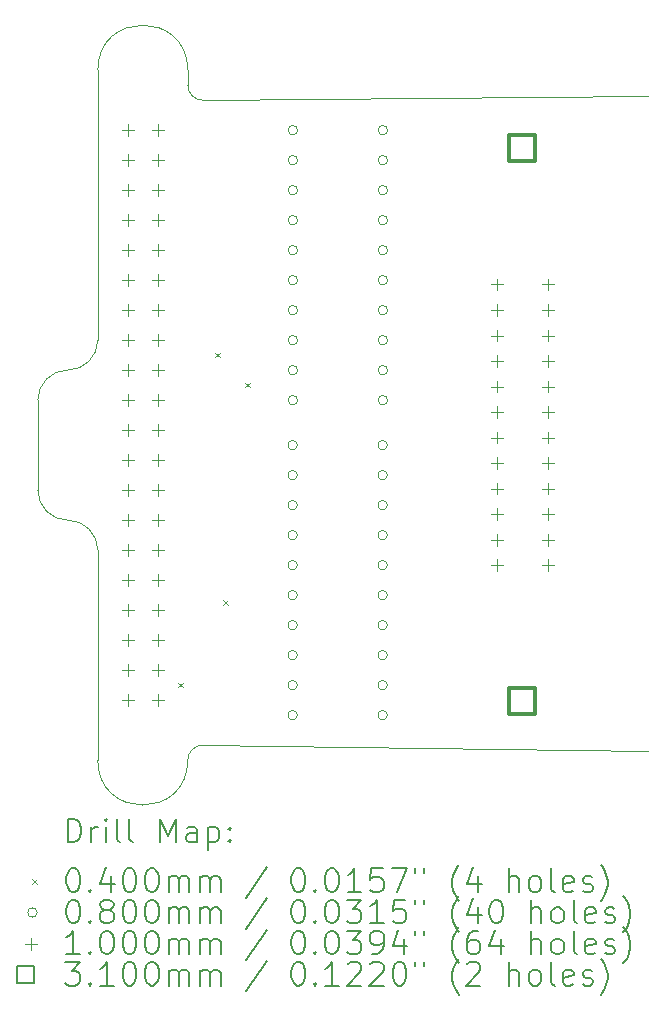
<source format=gbr>
%FSLAX45Y45*%
G04 Gerber Fmt 4.5, Leading zero omitted, Abs format (unit mm)*
G04 Created by KiCad (PCBNEW (6.0.0)) date 2022-08-18 22:07:21*
%MOMM*%
%LPD*%
G01*
G04 APERTURE LIST*
%TA.AperFunction,Profile*%
%ADD10C,0.100000*%
%TD*%
%ADD11C,0.200000*%
%ADD12C,0.040000*%
%ADD13C,0.080000*%
%ADD14C,0.100000*%
%ADD15C,0.310000*%
G04 APERTURE END LIST*
D10*
X20447000Y-6858000D02*
X24217050Y-6824500D01*
X19558000Y-12446000D02*
G75*
G03*
X20320000Y-12446000I381000J0D01*
G01*
X19304000Y-9144000D02*
G75*
G03*
X19558000Y-8890000I0J254000D01*
G01*
X20320000Y-6731000D02*
G75*
G03*
X20447000Y-6858000I127000J0D01*
G01*
X19558000Y-10668000D02*
G75*
G03*
X19304000Y-10414000I-254000J0D01*
G01*
X20320000Y-6604000D02*
G75*
G03*
X19558000Y-6604000I-381000J0D01*
G01*
X19558000Y-12446000D02*
X19558000Y-10668000D01*
X20320000Y-6604000D02*
X20320000Y-6731000D01*
X19304000Y-9144000D02*
G75*
G03*
X19050000Y-9398000I0J-254000D01*
G01*
X20447000Y-12319000D02*
G75*
G03*
X20320000Y-12446000I0J-127000D01*
G01*
X19050000Y-10160000D02*
G75*
G03*
X19304000Y-10414000I254000J0D01*
G01*
X20447000Y-12319000D02*
X24217050Y-12370500D01*
X19558000Y-6604000D02*
X19558000Y-8890000D01*
X19050000Y-9398000D02*
X19050000Y-10160000D01*
D11*
D12*
X20236500Y-11791000D02*
X20276500Y-11831000D01*
X20276500Y-11791000D02*
X20236500Y-11831000D01*
X20554000Y-8997000D02*
X20594000Y-9037000D01*
X20594000Y-8997000D02*
X20554000Y-9037000D01*
X20617500Y-11092500D02*
X20657500Y-11132500D01*
X20657500Y-11092500D02*
X20617500Y-11132500D01*
X20808000Y-9251000D02*
X20848000Y-9291000D01*
X20848000Y-9251000D02*
X20808000Y-9291000D01*
D13*
X21248000Y-9778500D02*
G75*
G03*
X21248000Y-9778500I-40000J0D01*
G01*
X21248000Y-10032500D02*
G75*
G03*
X21248000Y-10032500I-40000J0D01*
G01*
X21248000Y-10286500D02*
G75*
G03*
X21248000Y-10286500I-40000J0D01*
G01*
X21248000Y-10540500D02*
G75*
G03*
X21248000Y-10540500I-40000J0D01*
G01*
X21248000Y-10794500D02*
G75*
G03*
X21248000Y-10794500I-40000J0D01*
G01*
X21248000Y-11048500D02*
G75*
G03*
X21248000Y-11048500I-40000J0D01*
G01*
X21248000Y-11302500D02*
G75*
G03*
X21248000Y-11302500I-40000J0D01*
G01*
X21248000Y-11556500D02*
G75*
G03*
X21248000Y-11556500I-40000J0D01*
G01*
X21248000Y-11810500D02*
G75*
G03*
X21248000Y-11810500I-40000J0D01*
G01*
X21248000Y-12064500D02*
G75*
G03*
X21248000Y-12064500I-40000J0D01*
G01*
X21250000Y-7112500D02*
G75*
G03*
X21250000Y-7112500I-40000J0D01*
G01*
X21250000Y-7366500D02*
G75*
G03*
X21250000Y-7366500I-40000J0D01*
G01*
X21250000Y-7620500D02*
G75*
G03*
X21250000Y-7620500I-40000J0D01*
G01*
X21250000Y-7874500D02*
G75*
G03*
X21250000Y-7874500I-40000J0D01*
G01*
X21250000Y-8128500D02*
G75*
G03*
X21250000Y-8128500I-40000J0D01*
G01*
X21250000Y-8382500D02*
G75*
G03*
X21250000Y-8382500I-40000J0D01*
G01*
X21250000Y-8636500D02*
G75*
G03*
X21250000Y-8636500I-40000J0D01*
G01*
X21250000Y-8890500D02*
G75*
G03*
X21250000Y-8890500I-40000J0D01*
G01*
X21250000Y-9144500D02*
G75*
G03*
X21250000Y-9144500I-40000J0D01*
G01*
X21250000Y-9398500D02*
G75*
G03*
X21250000Y-9398500I-40000J0D01*
G01*
X22010000Y-9778500D02*
G75*
G03*
X22010000Y-9778500I-40000J0D01*
G01*
X22010000Y-10032500D02*
G75*
G03*
X22010000Y-10032500I-40000J0D01*
G01*
X22010000Y-10286500D02*
G75*
G03*
X22010000Y-10286500I-40000J0D01*
G01*
X22010000Y-10540500D02*
G75*
G03*
X22010000Y-10540500I-40000J0D01*
G01*
X22010000Y-10794500D02*
G75*
G03*
X22010000Y-10794500I-40000J0D01*
G01*
X22010000Y-11048500D02*
G75*
G03*
X22010000Y-11048500I-40000J0D01*
G01*
X22010000Y-11302500D02*
G75*
G03*
X22010000Y-11302500I-40000J0D01*
G01*
X22010000Y-11556500D02*
G75*
G03*
X22010000Y-11556500I-40000J0D01*
G01*
X22010000Y-11810500D02*
G75*
G03*
X22010000Y-11810500I-40000J0D01*
G01*
X22010000Y-12064500D02*
G75*
G03*
X22010000Y-12064500I-40000J0D01*
G01*
X22012000Y-7112500D02*
G75*
G03*
X22012000Y-7112500I-40000J0D01*
G01*
X22012000Y-7366500D02*
G75*
G03*
X22012000Y-7366500I-40000J0D01*
G01*
X22012000Y-7620500D02*
G75*
G03*
X22012000Y-7620500I-40000J0D01*
G01*
X22012000Y-7874500D02*
G75*
G03*
X22012000Y-7874500I-40000J0D01*
G01*
X22012000Y-8128500D02*
G75*
G03*
X22012000Y-8128500I-40000J0D01*
G01*
X22012000Y-8382500D02*
G75*
G03*
X22012000Y-8382500I-40000J0D01*
G01*
X22012000Y-8636500D02*
G75*
G03*
X22012000Y-8636500I-40000J0D01*
G01*
X22012000Y-8890500D02*
G75*
G03*
X22012000Y-8890500I-40000J0D01*
G01*
X22012000Y-9144500D02*
G75*
G03*
X22012000Y-9144500I-40000J0D01*
G01*
X22012000Y-9398500D02*
G75*
G03*
X22012000Y-9398500I-40000J0D01*
G01*
D14*
X19811500Y-7061500D02*
X19811500Y-7161500D01*
X19761500Y-7111500D02*
X19861500Y-7111500D01*
X19811500Y-7315500D02*
X19811500Y-7415500D01*
X19761500Y-7365500D02*
X19861500Y-7365500D01*
X19811500Y-7569500D02*
X19811500Y-7669500D01*
X19761500Y-7619500D02*
X19861500Y-7619500D01*
X19811500Y-7823500D02*
X19811500Y-7923500D01*
X19761500Y-7873500D02*
X19861500Y-7873500D01*
X19811500Y-8077500D02*
X19811500Y-8177500D01*
X19761500Y-8127500D02*
X19861500Y-8127500D01*
X19811500Y-8331500D02*
X19811500Y-8431500D01*
X19761500Y-8381500D02*
X19861500Y-8381500D01*
X19811500Y-8585500D02*
X19811500Y-8685500D01*
X19761500Y-8635500D02*
X19861500Y-8635500D01*
X19811500Y-8839500D02*
X19811500Y-8939500D01*
X19761500Y-8889500D02*
X19861500Y-8889500D01*
X19811500Y-9093500D02*
X19811500Y-9193500D01*
X19761500Y-9143500D02*
X19861500Y-9143500D01*
X19811500Y-9347500D02*
X19811500Y-9447500D01*
X19761500Y-9397500D02*
X19861500Y-9397500D01*
X19811500Y-9601500D02*
X19811500Y-9701500D01*
X19761500Y-9651500D02*
X19861500Y-9651500D01*
X19811500Y-9855500D02*
X19811500Y-9955500D01*
X19761500Y-9905500D02*
X19861500Y-9905500D01*
X19811500Y-10109500D02*
X19811500Y-10209500D01*
X19761500Y-10159500D02*
X19861500Y-10159500D01*
X19811500Y-10363500D02*
X19811500Y-10463500D01*
X19761500Y-10413500D02*
X19861500Y-10413500D01*
X19811500Y-10617500D02*
X19811500Y-10717500D01*
X19761500Y-10667500D02*
X19861500Y-10667500D01*
X19811500Y-10871500D02*
X19811500Y-10971500D01*
X19761500Y-10921500D02*
X19861500Y-10921500D01*
X19811500Y-11125500D02*
X19811500Y-11225500D01*
X19761500Y-11175500D02*
X19861500Y-11175500D01*
X19811500Y-11379500D02*
X19811500Y-11479500D01*
X19761500Y-11429500D02*
X19861500Y-11429500D01*
X19811500Y-11633500D02*
X19811500Y-11733500D01*
X19761500Y-11683500D02*
X19861500Y-11683500D01*
X19811500Y-11887500D02*
X19811500Y-11987500D01*
X19761500Y-11937500D02*
X19861500Y-11937500D01*
X20065500Y-7061500D02*
X20065500Y-7161500D01*
X20015500Y-7111500D02*
X20115500Y-7111500D01*
X20065500Y-7315500D02*
X20065500Y-7415500D01*
X20015500Y-7365500D02*
X20115500Y-7365500D01*
X20065500Y-7569500D02*
X20065500Y-7669500D01*
X20015500Y-7619500D02*
X20115500Y-7619500D01*
X20065500Y-7823500D02*
X20065500Y-7923500D01*
X20015500Y-7873500D02*
X20115500Y-7873500D01*
X20065500Y-8077500D02*
X20065500Y-8177500D01*
X20015500Y-8127500D02*
X20115500Y-8127500D01*
X20065500Y-8331500D02*
X20065500Y-8431500D01*
X20015500Y-8381500D02*
X20115500Y-8381500D01*
X20065500Y-8585500D02*
X20065500Y-8685500D01*
X20015500Y-8635500D02*
X20115500Y-8635500D01*
X20065500Y-8839500D02*
X20065500Y-8939500D01*
X20015500Y-8889500D02*
X20115500Y-8889500D01*
X20065500Y-9093500D02*
X20065500Y-9193500D01*
X20015500Y-9143500D02*
X20115500Y-9143500D01*
X20065500Y-9347500D02*
X20065500Y-9447500D01*
X20015500Y-9397500D02*
X20115500Y-9397500D01*
X20065500Y-9601500D02*
X20065500Y-9701500D01*
X20015500Y-9651500D02*
X20115500Y-9651500D01*
X20065500Y-9855500D02*
X20065500Y-9955500D01*
X20015500Y-9905500D02*
X20115500Y-9905500D01*
X20065500Y-10109500D02*
X20065500Y-10209500D01*
X20015500Y-10159500D02*
X20115500Y-10159500D01*
X20065500Y-10363500D02*
X20065500Y-10463500D01*
X20015500Y-10413500D02*
X20115500Y-10413500D01*
X20065500Y-10617500D02*
X20065500Y-10717500D01*
X20015500Y-10667500D02*
X20115500Y-10667500D01*
X20065500Y-10871500D02*
X20065500Y-10971500D01*
X20015500Y-10921500D02*
X20115500Y-10921500D01*
X20065500Y-11125500D02*
X20065500Y-11225500D01*
X20015500Y-11175500D02*
X20115500Y-11175500D01*
X20065500Y-11379500D02*
X20065500Y-11479500D01*
X20015500Y-11429500D02*
X20115500Y-11429500D01*
X20065500Y-11633500D02*
X20065500Y-11733500D01*
X20015500Y-11683500D02*
X20115500Y-11683500D01*
X20065500Y-11887500D02*
X20065500Y-11987500D01*
X20015500Y-11937500D02*
X20115500Y-11937500D01*
X22939000Y-8369000D02*
X22939000Y-8469000D01*
X22889000Y-8419000D02*
X22989000Y-8419000D01*
X22939000Y-8585000D02*
X22939000Y-8685000D01*
X22889000Y-8635000D02*
X22989000Y-8635000D01*
X22939000Y-8801000D02*
X22939000Y-8901000D01*
X22889000Y-8851000D02*
X22989000Y-8851000D01*
X22939000Y-9017000D02*
X22939000Y-9117000D01*
X22889000Y-9067000D02*
X22989000Y-9067000D01*
X22939000Y-9233000D02*
X22939000Y-9333000D01*
X22889000Y-9283000D02*
X22989000Y-9283000D01*
X22939000Y-9449000D02*
X22939000Y-9549000D01*
X22889000Y-9499000D02*
X22989000Y-9499000D01*
X22939000Y-9665000D02*
X22939000Y-9765000D01*
X22889000Y-9715000D02*
X22989000Y-9715000D01*
X22939000Y-9881000D02*
X22939000Y-9981000D01*
X22889000Y-9931000D02*
X22989000Y-9931000D01*
X22939000Y-10097000D02*
X22939000Y-10197000D01*
X22889000Y-10147000D02*
X22989000Y-10147000D01*
X22939000Y-10313000D02*
X22939000Y-10413000D01*
X22889000Y-10363000D02*
X22989000Y-10363000D01*
X22939000Y-10529000D02*
X22939000Y-10629000D01*
X22889000Y-10579000D02*
X22989000Y-10579000D01*
X22939000Y-10745000D02*
X22939000Y-10845000D01*
X22889000Y-10795000D02*
X22989000Y-10795000D01*
X23368000Y-8369000D02*
X23368000Y-8469000D01*
X23318000Y-8419000D02*
X23418000Y-8419000D01*
X23368000Y-8585000D02*
X23368000Y-8685000D01*
X23318000Y-8635000D02*
X23418000Y-8635000D01*
X23368000Y-8801000D02*
X23368000Y-8901000D01*
X23318000Y-8851000D02*
X23418000Y-8851000D01*
X23368000Y-9017000D02*
X23368000Y-9117000D01*
X23318000Y-9067000D02*
X23418000Y-9067000D01*
X23368000Y-9233000D02*
X23368000Y-9333000D01*
X23318000Y-9283000D02*
X23418000Y-9283000D01*
X23368000Y-9449000D02*
X23368000Y-9549000D01*
X23318000Y-9499000D02*
X23418000Y-9499000D01*
X23368000Y-9665000D02*
X23368000Y-9765000D01*
X23318000Y-9715000D02*
X23418000Y-9715000D01*
X23368000Y-9881000D02*
X23368000Y-9981000D01*
X23318000Y-9931000D02*
X23418000Y-9931000D01*
X23368000Y-10097000D02*
X23368000Y-10197000D01*
X23318000Y-10147000D02*
X23418000Y-10147000D01*
X23368000Y-10313000D02*
X23368000Y-10413000D01*
X23318000Y-10363000D02*
X23418000Y-10363000D01*
X23368000Y-10529000D02*
X23368000Y-10629000D01*
X23318000Y-10579000D02*
X23418000Y-10579000D01*
X23368000Y-10745000D02*
X23368000Y-10845000D01*
X23318000Y-10795000D02*
X23418000Y-10795000D01*
D15*
X23263103Y-7376603D02*
X23263103Y-7157397D01*
X23043897Y-7157397D01*
X23043897Y-7376603D01*
X23263103Y-7376603D01*
X23263103Y-12056603D02*
X23263103Y-11837397D01*
X23043897Y-11837397D01*
X23043897Y-12056603D01*
X23263103Y-12056603D01*
D11*
X19302619Y-13142476D02*
X19302619Y-12942476D01*
X19350238Y-12942476D01*
X19378810Y-12952000D01*
X19397857Y-12971048D01*
X19407381Y-12990095D01*
X19416905Y-13028190D01*
X19416905Y-13056762D01*
X19407381Y-13094857D01*
X19397857Y-13113905D01*
X19378810Y-13132952D01*
X19350238Y-13142476D01*
X19302619Y-13142476D01*
X19502619Y-13142476D02*
X19502619Y-13009143D01*
X19502619Y-13047238D02*
X19512143Y-13028190D01*
X19521667Y-13018667D01*
X19540714Y-13009143D01*
X19559762Y-13009143D01*
X19626429Y-13142476D02*
X19626429Y-13009143D01*
X19626429Y-12942476D02*
X19616905Y-12952000D01*
X19626429Y-12961524D01*
X19635952Y-12952000D01*
X19626429Y-12942476D01*
X19626429Y-12961524D01*
X19750238Y-13142476D02*
X19731190Y-13132952D01*
X19721667Y-13113905D01*
X19721667Y-12942476D01*
X19855000Y-13142476D02*
X19835952Y-13132952D01*
X19826429Y-13113905D01*
X19826429Y-12942476D01*
X20083571Y-13142476D02*
X20083571Y-12942476D01*
X20150238Y-13085333D01*
X20216905Y-12942476D01*
X20216905Y-13142476D01*
X20397857Y-13142476D02*
X20397857Y-13037714D01*
X20388333Y-13018667D01*
X20369286Y-13009143D01*
X20331190Y-13009143D01*
X20312143Y-13018667D01*
X20397857Y-13132952D02*
X20378810Y-13142476D01*
X20331190Y-13142476D01*
X20312143Y-13132952D01*
X20302619Y-13113905D01*
X20302619Y-13094857D01*
X20312143Y-13075809D01*
X20331190Y-13066286D01*
X20378810Y-13066286D01*
X20397857Y-13056762D01*
X20493095Y-13009143D02*
X20493095Y-13209143D01*
X20493095Y-13018667D02*
X20512143Y-13009143D01*
X20550238Y-13009143D01*
X20569286Y-13018667D01*
X20578810Y-13028190D01*
X20588333Y-13047238D01*
X20588333Y-13104381D01*
X20578810Y-13123428D01*
X20569286Y-13132952D01*
X20550238Y-13142476D01*
X20512143Y-13142476D01*
X20493095Y-13132952D01*
X20674048Y-13123428D02*
X20683571Y-13132952D01*
X20674048Y-13142476D01*
X20664524Y-13132952D01*
X20674048Y-13123428D01*
X20674048Y-13142476D01*
X20674048Y-13018667D02*
X20683571Y-13028190D01*
X20674048Y-13037714D01*
X20664524Y-13028190D01*
X20674048Y-13018667D01*
X20674048Y-13037714D01*
D12*
X19005000Y-13452000D02*
X19045000Y-13492000D01*
X19045000Y-13452000D02*
X19005000Y-13492000D01*
D11*
X19340714Y-13362476D02*
X19359762Y-13362476D01*
X19378810Y-13372000D01*
X19388333Y-13381524D01*
X19397857Y-13400571D01*
X19407381Y-13438667D01*
X19407381Y-13486286D01*
X19397857Y-13524381D01*
X19388333Y-13543428D01*
X19378810Y-13552952D01*
X19359762Y-13562476D01*
X19340714Y-13562476D01*
X19321667Y-13552952D01*
X19312143Y-13543428D01*
X19302619Y-13524381D01*
X19293095Y-13486286D01*
X19293095Y-13438667D01*
X19302619Y-13400571D01*
X19312143Y-13381524D01*
X19321667Y-13372000D01*
X19340714Y-13362476D01*
X19493095Y-13543428D02*
X19502619Y-13552952D01*
X19493095Y-13562476D01*
X19483571Y-13552952D01*
X19493095Y-13543428D01*
X19493095Y-13562476D01*
X19674048Y-13429143D02*
X19674048Y-13562476D01*
X19626429Y-13352952D02*
X19578810Y-13495809D01*
X19702619Y-13495809D01*
X19816905Y-13362476D02*
X19835952Y-13362476D01*
X19855000Y-13372000D01*
X19864524Y-13381524D01*
X19874048Y-13400571D01*
X19883571Y-13438667D01*
X19883571Y-13486286D01*
X19874048Y-13524381D01*
X19864524Y-13543428D01*
X19855000Y-13552952D01*
X19835952Y-13562476D01*
X19816905Y-13562476D01*
X19797857Y-13552952D01*
X19788333Y-13543428D01*
X19778810Y-13524381D01*
X19769286Y-13486286D01*
X19769286Y-13438667D01*
X19778810Y-13400571D01*
X19788333Y-13381524D01*
X19797857Y-13372000D01*
X19816905Y-13362476D01*
X20007381Y-13362476D02*
X20026429Y-13362476D01*
X20045476Y-13372000D01*
X20055000Y-13381524D01*
X20064524Y-13400571D01*
X20074048Y-13438667D01*
X20074048Y-13486286D01*
X20064524Y-13524381D01*
X20055000Y-13543428D01*
X20045476Y-13552952D01*
X20026429Y-13562476D01*
X20007381Y-13562476D01*
X19988333Y-13552952D01*
X19978810Y-13543428D01*
X19969286Y-13524381D01*
X19959762Y-13486286D01*
X19959762Y-13438667D01*
X19969286Y-13400571D01*
X19978810Y-13381524D01*
X19988333Y-13372000D01*
X20007381Y-13362476D01*
X20159762Y-13562476D02*
X20159762Y-13429143D01*
X20159762Y-13448190D02*
X20169286Y-13438667D01*
X20188333Y-13429143D01*
X20216905Y-13429143D01*
X20235952Y-13438667D01*
X20245476Y-13457714D01*
X20245476Y-13562476D01*
X20245476Y-13457714D02*
X20255000Y-13438667D01*
X20274048Y-13429143D01*
X20302619Y-13429143D01*
X20321667Y-13438667D01*
X20331190Y-13457714D01*
X20331190Y-13562476D01*
X20426429Y-13562476D02*
X20426429Y-13429143D01*
X20426429Y-13448190D02*
X20435952Y-13438667D01*
X20455000Y-13429143D01*
X20483571Y-13429143D01*
X20502619Y-13438667D01*
X20512143Y-13457714D01*
X20512143Y-13562476D01*
X20512143Y-13457714D02*
X20521667Y-13438667D01*
X20540714Y-13429143D01*
X20569286Y-13429143D01*
X20588333Y-13438667D01*
X20597857Y-13457714D01*
X20597857Y-13562476D01*
X20988333Y-13352952D02*
X20816905Y-13610095D01*
X21245476Y-13362476D02*
X21264524Y-13362476D01*
X21283571Y-13372000D01*
X21293095Y-13381524D01*
X21302619Y-13400571D01*
X21312143Y-13438667D01*
X21312143Y-13486286D01*
X21302619Y-13524381D01*
X21293095Y-13543428D01*
X21283571Y-13552952D01*
X21264524Y-13562476D01*
X21245476Y-13562476D01*
X21226429Y-13552952D01*
X21216905Y-13543428D01*
X21207381Y-13524381D01*
X21197857Y-13486286D01*
X21197857Y-13438667D01*
X21207381Y-13400571D01*
X21216905Y-13381524D01*
X21226429Y-13372000D01*
X21245476Y-13362476D01*
X21397857Y-13543428D02*
X21407381Y-13552952D01*
X21397857Y-13562476D01*
X21388333Y-13552952D01*
X21397857Y-13543428D01*
X21397857Y-13562476D01*
X21531190Y-13362476D02*
X21550238Y-13362476D01*
X21569286Y-13372000D01*
X21578810Y-13381524D01*
X21588333Y-13400571D01*
X21597857Y-13438667D01*
X21597857Y-13486286D01*
X21588333Y-13524381D01*
X21578810Y-13543428D01*
X21569286Y-13552952D01*
X21550238Y-13562476D01*
X21531190Y-13562476D01*
X21512143Y-13552952D01*
X21502619Y-13543428D01*
X21493095Y-13524381D01*
X21483571Y-13486286D01*
X21483571Y-13438667D01*
X21493095Y-13400571D01*
X21502619Y-13381524D01*
X21512143Y-13372000D01*
X21531190Y-13362476D01*
X21788333Y-13562476D02*
X21674048Y-13562476D01*
X21731190Y-13562476D02*
X21731190Y-13362476D01*
X21712143Y-13391048D01*
X21693095Y-13410095D01*
X21674048Y-13419619D01*
X21969286Y-13362476D02*
X21874048Y-13362476D01*
X21864524Y-13457714D01*
X21874048Y-13448190D01*
X21893095Y-13438667D01*
X21940714Y-13438667D01*
X21959762Y-13448190D01*
X21969286Y-13457714D01*
X21978810Y-13476762D01*
X21978810Y-13524381D01*
X21969286Y-13543428D01*
X21959762Y-13552952D01*
X21940714Y-13562476D01*
X21893095Y-13562476D01*
X21874048Y-13552952D01*
X21864524Y-13543428D01*
X22045476Y-13362476D02*
X22178810Y-13362476D01*
X22093095Y-13562476D01*
X22245476Y-13362476D02*
X22245476Y-13400571D01*
X22321667Y-13362476D02*
X22321667Y-13400571D01*
X22616905Y-13638667D02*
X22607381Y-13629143D01*
X22588333Y-13600571D01*
X22578809Y-13581524D01*
X22569286Y-13552952D01*
X22559762Y-13505333D01*
X22559762Y-13467238D01*
X22569286Y-13419619D01*
X22578809Y-13391048D01*
X22588333Y-13372000D01*
X22607381Y-13343428D01*
X22616905Y-13333905D01*
X22778809Y-13429143D02*
X22778809Y-13562476D01*
X22731190Y-13352952D02*
X22683571Y-13495809D01*
X22807381Y-13495809D01*
X23035952Y-13562476D02*
X23035952Y-13362476D01*
X23121667Y-13562476D02*
X23121667Y-13457714D01*
X23112143Y-13438667D01*
X23093095Y-13429143D01*
X23064524Y-13429143D01*
X23045476Y-13438667D01*
X23035952Y-13448190D01*
X23245476Y-13562476D02*
X23226428Y-13552952D01*
X23216905Y-13543428D01*
X23207381Y-13524381D01*
X23207381Y-13467238D01*
X23216905Y-13448190D01*
X23226428Y-13438667D01*
X23245476Y-13429143D01*
X23274048Y-13429143D01*
X23293095Y-13438667D01*
X23302619Y-13448190D01*
X23312143Y-13467238D01*
X23312143Y-13524381D01*
X23302619Y-13543428D01*
X23293095Y-13552952D01*
X23274048Y-13562476D01*
X23245476Y-13562476D01*
X23426428Y-13562476D02*
X23407381Y-13552952D01*
X23397857Y-13533905D01*
X23397857Y-13362476D01*
X23578809Y-13552952D02*
X23559762Y-13562476D01*
X23521667Y-13562476D01*
X23502619Y-13552952D01*
X23493095Y-13533905D01*
X23493095Y-13457714D01*
X23502619Y-13438667D01*
X23521667Y-13429143D01*
X23559762Y-13429143D01*
X23578809Y-13438667D01*
X23588333Y-13457714D01*
X23588333Y-13476762D01*
X23493095Y-13495809D01*
X23664524Y-13552952D02*
X23683571Y-13562476D01*
X23721667Y-13562476D01*
X23740714Y-13552952D01*
X23750238Y-13533905D01*
X23750238Y-13524381D01*
X23740714Y-13505333D01*
X23721667Y-13495809D01*
X23693095Y-13495809D01*
X23674048Y-13486286D01*
X23664524Y-13467238D01*
X23664524Y-13457714D01*
X23674048Y-13438667D01*
X23693095Y-13429143D01*
X23721667Y-13429143D01*
X23740714Y-13438667D01*
X23816905Y-13638667D02*
X23826428Y-13629143D01*
X23845476Y-13600571D01*
X23855000Y-13581524D01*
X23864524Y-13552952D01*
X23874048Y-13505333D01*
X23874048Y-13467238D01*
X23864524Y-13419619D01*
X23855000Y-13391048D01*
X23845476Y-13372000D01*
X23826428Y-13343428D01*
X23816905Y-13333905D01*
D13*
X19045000Y-13736000D02*
G75*
G03*
X19045000Y-13736000I-40000J0D01*
G01*
D11*
X19340714Y-13626476D02*
X19359762Y-13626476D01*
X19378810Y-13636000D01*
X19388333Y-13645524D01*
X19397857Y-13664571D01*
X19407381Y-13702667D01*
X19407381Y-13750286D01*
X19397857Y-13788381D01*
X19388333Y-13807428D01*
X19378810Y-13816952D01*
X19359762Y-13826476D01*
X19340714Y-13826476D01*
X19321667Y-13816952D01*
X19312143Y-13807428D01*
X19302619Y-13788381D01*
X19293095Y-13750286D01*
X19293095Y-13702667D01*
X19302619Y-13664571D01*
X19312143Y-13645524D01*
X19321667Y-13636000D01*
X19340714Y-13626476D01*
X19493095Y-13807428D02*
X19502619Y-13816952D01*
X19493095Y-13826476D01*
X19483571Y-13816952D01*
X19493095Y-13807428D01*
X19493095Y-13826476D01*
X19616905Y-13712190D02*
X19597857Y-13702667D01*
X19588333Y-13693143D01*
X19578810Y-13674095D01*
X19578810Y-13664571D01*
X19588333Y-13645524D01*
X19597857Y-13636000D01*
X19616905Y-13626476D01*
X19655000Y-13626476D01*
X19674048Y-13636000D01*
X19683571Y-13645524D01*
X19693095Y-13664571D01*
X19693095Y-13674095D01*
X19683571Y-13693143D01*
X19674048Y-13702667D01*
X19655000Y-13712190D01*
X19616905Y-13712190D01*
X19597857Y-13721714D01*
X19588333Y-13731238D01*
X19578810Y-13750286D01*
X19578810Y-13788381D01*
X19588333Y-13807428D01*
X19597857Y-13816952D01*
X19616905Y-13826476D01*
X19655000Y-13826476D01*
X19674048Y-13816952D01*
X19683571Y-13807428D01*
X19693095Y-13788381D01*
X19693095Y-13750286D01*
X19683571Y-13731238D01*
X19674048Y-13721714D01*
X19655000Y-13712190D01*
X19816905Y-13626476D02*
X19835952Y-13626476D01*
X19855000Y-13636000D01*
X19864524Y-13645524D01*
X19874048Y-13664571D01*
X19883571Y-13702667D01*
X19883571Y-13750286D01*
X19874048Y-13788381D01*
X19864524Y-13807428D01*
X19855000Y-13816952D01*
X19835952Y-13826476D01*
X19816905Y-13826476D01*
X19797857Y-13816952D01*
X19788333Y-13807428D01*
X19778810Y-13788381D01*
X19769286Y-13750286D01*
X19769286Y-13702667D01*
X19778810Y-13664571D01*
X19788333Y-13645524D01*
X19797857Y-13636000D01*
X19816905Y-13626476D01*
X20007381Y-13626476D02*
X20026429Y-13626476D01*
X20045476Y-13636000D01*
X20055000Y-13645524D01*
X20064524Y-13664571D01*
X20074048Y-13702667D01*
X20074048Y-13750286D01*
X20064524Y-13788381D01*
X20055000Y-13807428D01*
X20045476Y-13816952D01*
X20026429Y-13826476D01*
X20007381Y-13826476D01*
X19988333Y-13816952D01*
X19978810Y-13807428D01*
X19969286Y-13788381D01*
X19959762Y-13750286D01*
X19959762Y-13702667D01*
X19969286Y-13664571D01*
X19978810Y-13645524D01*
X19988333Y-13636000D01*
X20007381Y-13626476D01*
X20159762Y-13826476D02*
X20159762Y-13693143D01*
X20159762Y-13712190D02*
X20169286Y-13702667D01*
X20188333Y-13693143D01*
X20216905Y-13693143D01*
X20235952Y-13702667D01*
X20245476Y-13721714D01*
X20245476Y-13826476D01*
X20245476Y-13721714D02*
X20255000Y-13702667D01*
X20274048Y-13693143D01*
X20302619Y-13693143D01*
X20321667Y-13702667D01*
X20331190Y-13721714D01*
X20331190Y-13826476D01*
X20426429Y-13826476D02*
X20426429Y-13693143D01*
X20426429Y-13712190D02*
X20435952Y-13702667D01*
X20455000Y-13693143D01*
X20483571Y-13693143D01*
X20502619Y-13702667D01*
X20512143Y-13721714D01*
X20512143Y-13826476D01*
X20512143Y-13721714D02*
X20521667Y-13702667D01*
X20540714Y-13693143D01*
X20569286Y-13693143D01*
X20588333Y-13702667D01*
X20597857Y-13721714D01*
X20597857Y-13826476D01*
X20988333Y-13616952D02*
X20816905Y-13874095D01*
X21245476Y-13626476D02*
X21264524Y-13626476D01*
X21283571Y-13636000D01*
X21293095Y-13645524D01*
X21302619Y-13664571D01*
X21312143Y-13702667D01*
X21312143Y-13750286D01*
X21302619Y-13788381D01*
X21293095Y-13807428D01*
X21283571Y-13816952D01*
X21264524Y-13826476D01*
X21245476Y-13826476D01*
X21226429Y-13816952D01*
X21216905Y-13807428D01*
X21207381Y-13788381D01*
X21197857Y-13750286D01*
X21197857Y-13702667D01*
X21207381Y-13664571D01*
X21216905Y-13645524D01*
X21226429Y-13636000D01*
X21245476Y-13626476D01*
X21397857Y-13807428D02*
X21407381Y-13816952D01*
X21397857Y-13826476D01*
X21388333Y-13816952D01*
X21397857Y-13807428D01*
X21397857Y-13826476D01*
X21531190Y-13626476D02*
X21550238Y-13626476D01*
X21569286Y-13636000D01*
X21578810Y-13645524D01*
X21588333Y-13664571D01*
X21597857Y-13702667D01*
X21597857Y-13750286D01*
X21588333Y-13788381D01*
X21578810Y-13807428D01*
X21569286Y-13816952D01*
X21550238Y-13826476D01*
X21531190Y-13826476D01*
X21512143Y-13816952D01*
X21502619Y-13807428D01*
X21493095Y-13788381D01*
X21483571Y-13750286D01*
X21483571Y-13702667D01*
X21493095Y-13664571D01*
X21502619Y-13645524D01*
X21512143Y-13636000D01*
X21531190Y-13626476D01*
X21664524Y-13626476D02*
X21788333Y-13626476D01*
X21721667Y-13702667D01*
X21750238Y-13702667D01*
X21769286Y-13712190D01*
X21778810Y-13721714D01*
X21788333Y-13740762D01*
X21788333Y-13788381D01*
X21778810Y-13807428D01*
X21769286Y-13816952D01*
X21750238Y-13826476D01*
X21693095Y-13826476D01*
X21674048Y-13816952D01*
X21664524Y-13807428D01*
X21978810Y-13826476D02*
X21864524Y-13826476D01*
X21921667Y-13826476D02*
X21921667Y-13626476D01*
X21902619Y-13655048D01*
X21883571Y-13674095D01*
X21864524Y-13683619D01*
X22159762Y-13626476D02*
X22064524Y-13626476D01*
X22055000Y-13721714D01*
X22064524Y-13712190D01*
X22083571Y-13702667D01*
X22131190Y-13702667D01*
X22150238Y-13712190D01*
X22159762Y-13721714D01*
X22169286Y-13740762D01*
X22169286Y-13788381D01*
X22159762Y-13807428D01*
X22150238Y-13816952D01*
X22131190Y-13826476D01*
X22083571Y-13826476D01*
X22064524Y-13816952D01*
X22055000Y-13807428D01*
X22245476Y-13626476D02*
X22245476Y-13664571D01*
X22321667Y-13626476D02*
X22321667Y-13664571D01*
X22616905Y-13902667D02*
X22607381Y-13893143D01*
X22588333Y-13864571D01*
X22578809Y-13845524D01*
X22569286Y-13816952D01*
X22559762Y-13769333D01*
X22559762Y-13731238D01*
X22569286Y-13683619D01*
X22578809Y-13655048D01*
X22588333Y-13636000D01*
X22607381Y-13607428D01*
X22616905Y-13597905D01*
X22778809Y-13693143D02*
X22778809Y-13826476D01*
X22731190Y-13616952D02*
X22683571Y-13759809D01*
X22807381Y-13759809D01*
X22921667Y-13626476D02*
X22940714Y-13626476D01*
X22959762Y-13636000D01*
X22969286Y-13645524D01*
X22978809Y-13664571D01*
X22988333Y-13702667D01*
X22988333Y-13750286D01*
X22978809Y-13788381D01*
X22969286Y-13807428D01*
X22959762Y-13816952D01*
X22940714Y-13826476D01*
X22921667Y-13826476D01*
X22902619Y-13816952D01*
X22893095Y-13807428D01*
X22883571Y-13788381D01*
X22874048Y-13750286D01*
X22874048Y-13702667D01*
X22883571Y-13664571D01*
X22893095Y-13645524D01*
X22902619Y-13636000D01*
X22921667Y-13626476D01*
X23226428Y-13826476D02*
X23226428Y-13626476D01*
X23312143Y-13826476D02*
X23312143Y-13721714D01*
X23302619Y-13702667D01*
X23283571Y-13693143D01*
X23255000Y-13693143D01*
X23235952Y-13702667D01*
X23226428Y-13712190D01*
X23435952Y-13826476D02*
X23416905Y-13816952D01*
X23407381Y-13807428D01*
X23397857Y-13788381D01*
X23397857Y-13731238D01*
X23407381Y-13712190D01*
X23416905Y-13702667D01*
X23435952Y-13693143D01*
X23464524Y-13693143D01*
X23483571Y-13702667D01*
X23493095Y-13712190D01*
X23502619Y-13731238D01*
X23502619Y-13788381D01*
X23493095Y-13807428D01*
X23483571Y-13816952D01*
X23464524Y-13826476D01*
X23435952Y-13826476D01*
X23616905Y-13826476D02*
X23597857Y-13816952D01*
X23588333Y-13797905D01*
X23588333Y-13626476D01*
X23769286Y-13816952D02*
X23750238Y-13826476D01*
X23712143Y-13826476D01*
X23693095Y-13816952D01*
X23683571Y-13797905D01*
X23683571Y-13721714D01*
X23693095Y-13702667D01*
X23712143Y-13693143D01*
X23750238Y-13693143D01*
X23769286Y-13702667D01*
X23778809Y-13721714D01*
X23778809Y-13740762D01*
X23683571Y-13759809D01*
X23855000Y-13816952D02*
X23874048Y-13826476D01*
X23912143Y-13826476D01*
X23931190Y-13816952D01*
X23940714Y-13797905D01*
X23940714Y-13788381D01*
X23931190Y-13769333D01*
X23912143Y-13759809D01*
X23883571Y-13759809D01*
X23864524Y-13750286D01*
X23855000Y-13731238D01*
X23855000Y-13721714D01*
X23864524Y-13702667D01*
X23883571Y-13693143D01*
X23912143Y-13693143D01*
X23931190Y-13702667D01*
X24007381Y-13902667D02*
X24016905Y-13893143D01*
X24035952Y-13864571D01*
X24045476Y-13845524D01*
X24055000Y-13816952D01*
X24064524Y-13769333D01*
X24064524Y-13731238D01*
X24055000Y-13683619D01*
X24045476Y-13655048D01*
X24035952Y-13636000D01*
X24016905Y-13607428D01*
X24007381Y-13597905D01*
D14*
X18995000Y-13950000D02*
X18995000Y-14050000D01*
X18945000Y-14000000D02*
X19045000Y-14000000D01*
D11*
X19407381Y-14090476D02*
X19293095Y-14090476D01*
X19350238Y-14090476D02*
X19350238Y-13890476D01*
X19331190Y-13919048D01*
X19312143Y-13938095D01*
X19293095Y-13947619D01*
X19493095Y-14071428D02*
X19502619Y-14080952D01*
X19493095Y-14090476D01*
X19483571Y-14080952D01*
X19493095Y-14071428D01*
X19493095Y-14090476D01*
X19626429Y-13890476D02*
X19645476Y-13890476D01*
X19664524Y-13900000D01*
X19674048Y-13909524D01*
X19683571Y-13928571D01*
X19693095Y-13966667D01*
X19693095Y-14014286D01*
X19683571Y-14052381D01*
X19674048Y-14071428D01*
X19664524Y-14080952D01*
X19645476Y-14090476D01*
X19626429Y-14090476D01*
X19607381Y-14080952D01*
X19597857Y-14071428D01*
X19588333Y-14052381D01*
X19578810Y-14014286D01*
X19578810Y-13966667D01*
X19588333Y-13928571D01*
X19597857Y-13909524D01*
X19607381Y-13900000D01*
X19626429Y-13890476D01*
X19816905Y-13890476D02*
X19835952Y-13890476D01*
X19855000Y-13900000D01*
X19864524Y-13909524D01*
X19874048Y-13928571D01*
X19883571Y-13966667D01*
X19883571Y-14014286D01*
X19874048Y-14052381D01*
X19864524Y-14071428D01*
X19855000Y-14080952D01*
X19835952Y-14090476D01*
X19816905Y-14090476D01*
X19797857Y-14080952D01*
X19788333Y-14071428D01*
X19778810Y-14052381D01*
X19769286Y-14014286D01*
X19769286Y-13966667D01*
X19778810Y-13928571D01*
X19788333Y-13909524D01*
X19797857Y-13900000D01*
X19816905Y-13890476D01*
X20007381Y-13890476D02*
X20026429Y-13890476D01*
X20045476Y-13900000D01*
X20055000Y-13909524D01*
X20064524Y-13928571D01*
X20074048Y-13966667D01*
X20074048Y-14014286D01*
X20064524Y-14052381D01*
X20055000Y-14071428D01*
X20045476Y-14080952D01*
X20026429Y-14090476D01*
X20007381Y-14090476D01*
X19988333Y-14080952D01*
X19978810Y-14071428D01*
X19969286Y-14052381D01*
X19959762Y-14014286D01*
X19959762Y-13966667D01*
X19969286Y-13928571D01*
X19978810Y-13909524D01*
X19988333Y-13900000D01*
X20007381Y-13890476D01*
X20159762Y-14090476D02*
X20159762Y-13957143D01*
X20159762Y-13976190D02*
X20169286Y-13966667D01*
X20188333Y-13957143D01*
X20216905Y-13957143D01*
X20235952Y-13966667D01*
X20245476Y-13985714D01*
X20245476Y-14090476D01*
X20245476Y-13985714D02*
X20255000Y-13966667D01*
X20274048Y-13957143D01*
X20302619Y-13957143D01*
X20321667Y-13966667D01*
X20331190Y-13985714D01*
X20331190Y-14090476D01*
X20426429Y-14090476D02*
X20426429Y-13957143D01*
X20426429Y-13976190D02*
X20435952Y-13966667D01*
X20455000Y-13957143D01*
X20483571Y-13957143D01*
X20502619Y-13966667D01*
X20512143Y-13985714D01*
X20512143Y-14090476D01*
X20512143Y-13985714D02*
X20521667Y-13966667D01*
X20540714Y-13957143D01*
X20569286Y-13957143D01*
X20588333Y-13966667D01*
X20597857Y-13985714D01*
X20597857Y-14090476D01*
X20988333Y-13880952D02*
X20816905Y-14138095D01*
X21245476Y-13890476D02*
X21264524Y-13890476D01*
X21283571Y-13900000D01*
X21293095Y-13909524D01*
X21302619Y-13928571D01*
X21312143Y-13966667D01*
X21312143Y-14014286D01*
X21302619Y-14052381D01*
X21293095Y-14071428D01*
X21283571Y-14080952D01*
X21264524Y-14090476D01*
X21245476Y-14090476D01*
X21226429Y-14080952D01*
X21216905Y-14071428D01*
X21207381Y-14052381D01*
X21197857Y-14014286D01*
X21197857Y-13966667D01*
X21207381Y-13928571D01*
X21216905Y-13909524D01*
X21226429Y-13900000D01*
X21245476Y-13890476D01*
X21397857Y-14071428D02*
X21407381Y-14080952D01*
X21397857Y-14090476D01*
X21388333Y-14080952D01*
X21397857Y-14071428D01*
X21397857Y-14090476D01*
X21531190Y-13890476D02*
X21550238Y-13890476D01*
X21569286Y-13900000D01*
X21578810Y-13909524D01*
X21588333Y-13928571D01*
X21597857Y-13966667D01*
X21597857Y-14014286D01*
X21588333Y-14052381D01*
X21578810Y-14071428D01*
X21569286Y-14080952D01*
X21550238Y-14090476D01*
X21531190Y-14090476D01*
X21512143Y-14080952D01*
X21502619Y-14071428D01*
X21493095Y-14052381D01*
X21483571Y-14014286D01*
X21483571Y-13966667D01*
X21493095Y-13928571D01*
X21502619Y-13909524D01*
X21512143Y-13900000D01*
X21531190Y-13890476D01*
X21664524Y-13890476D02*
X21788333Y-13890476D01*
X21721667Y-13966667D01*
X21750238Y-13966667D01*
X21769286Y-13976190D01*
X21778810Y-13985714D01*
X21788333Y-14004762D01*
X21788333Y-14052381D01*
X21778810Y-14071428D01*
X21769286Y-14080952D01*
X21750238Y-14090476D01*
X21693095Y-14090476D01*
X21674048Y-14080952D01*
X21664524Y-14071428D01*
X21883571Y-14090476D02*
X21921667Y-14090476D01*
X21940714Y-14080952D01*
X21950238Y-14071428D01*
X21969286Y-14042857D01*
X21978810Y-14004762D01*
X21978810Y-13928571D01*
X21969286Y-13909524D01*
X21959762Y-13900000D01*
X21940714Y-13890476D01*
X21902619Y-13890476D01*
X21883571Y-13900000D01*
X21874048Y-13909524D01*
X21864524Y-13928571D01*
X21864524Y-13976190D01*
X21874048Y-13995238D01*
X21883571Y-14004762D01*
X21902619Y-14014286D01*
X21940714Y-14014286D01*
X21959762Y-14004762D01*
X21969286Y-13995238D01*
X21978810Y-13976190D01*
X22150238Y-13957143D02*
X22150238Y-14090476D01*
X22102619Y-13880952D02*
X22055000Y-14023809D01*
X22178810Y-14023809D01*
X22245476Y-13890476D02*
X22245476Y-13928571D01*
X22321667Y-13890476D02*
X22321667Y-13928571D01*
X22616905Y-14166667D02*
X22607381Y-14157143D01*
X22588333Y-14128571D01*
X22578809Y-14109524D01*
X22569286Y-14080952D01*
X22559762Y-14033333D01*
X22559762Y-13995238D01*
X22569286Y-13947619D01*
X22578809Y-13919048D01*
X22588333Y-13900000D01*
X22607381Y-13871428D01*
X22616905Y-13861905D01*
X22778809Y-13890476D02*
X22740714Y-13890476D01*
X22721667Y-13900000D01*
X22712143Y-13909524D01*
X22693095Y-13938095D01*
X22683571Y-13976190D01*
X22683571Y-14052381D01*
X22693095Y-14071428D01*
X22702619Y-14080952D01*
X22721667Y-14090476D01*
X22759762Y-14090476D01*
X22778809Y-14080952D01*
X22788333Y-14071428D01*
X22797857Y-14052381D01*
X22797857Y-14004762D01*
X22788333Y-13985714D01*
X22778809Y-13976190D01*
X22759762Y-13966667D01*
X22721667Y-13966667D01*
X22702619Y-13976190D01*
X22693095Y-13985714D01*
X22683571Y-14004762D01*
X22969286Y-13957143D02*
X22969286Y-14090476D01*
X22921667Y-13880952D02*
X22874048Y-14023809D01*
X22997857Y-14023809D01*
X23226428Y-14090476D02*
X23226428Y-13890476D01*
X23312143Y-14090476D02*
X23312143Y-13985714D01*
X23302619Y-13966667D01*
X23283571Y-13957143D01*
X23255000Y-13957143D01*
X23235952Y-13966667D01*
X23226428Y-13976190D01*
X23435952Y-14090476D02*
X23416905Y-14080952D01*
X23407381Y-14071428D01*
X23397857Y-14052381D01*
X23397857Y-13995238D01*
X23407381Y-13976190D01*
X23416905Y-13966667D01*
X23435952Y-13957143D01*
X23464524Y-13957143D01*
X23483571Y-13966667D01*
X23493095Y-13976190D01*
X23502619Y-13995238D01*
X23502619Y-14052381D01*
X23493095Y-14071428D01*
X23483571Y-14080952D01*
X23464524Y-14090476D01*
X23435952Y-14090476D01*
X23616905Y-14090476D02*
X23597857Y-14080952D01*
X23588333Y-14061905D01*
X23588333Y-13890476D01*
X23769286Y-14080952D02*
X23750238Y-14090476D01*
X23712143Y-14090476D01*
X23693095Y-14080952D01*
X23683571Y-14061905D01*
X23683571Y-13985714D01*
X23693095Y-13966667D01*
X23712143Y-13957143D01*
X23750238Y-13957143D01*
X23769286Y-13966667D01*
X23778809Y-13985714D01*
X23778809Y-14004762D01*
X23683571Y-14023809D01*
X23855000Y-14080952D02*
X23874048Y-14090476D01*
X23912143Y-14090476D01*
X23931190Y-14080952D01*
X23940714Y-14061905D01*
X23940714Y-14052381D01*
X23931190Y-14033333D01*
X23912143Y-14023809D01*
X23883571Y-14023809D01*
X23864524Y-14014286D01*
X23855000Y-13995238D01*
X23855000Y-13985714D01*
X23864524Y-13966667D01*
X23883571Y-13957143D01*
X23912143Y-13957143D01*
X23931190Y-13966667D01*
X24007381Y-14166667D02*
X24016905Y-14157143D01*
X24035952Y-14128571D01*
X24045476Y-14109524D01*
X24055000Y-14080952D01*
X24064524Y-14033333D01*
X24064524Y-13995238D01*
X24055000Y-13947619D01*
X24045476Y-13919048D01*
X24035952Y-13900000D01*
X24016905Y-13871428D01*
X24007381Y-13861905D01*
X19015711Y-14334711D02*
X19015711Y-14193289D01*
X18874289Y-14193289D01*
X18874289Y-14334711D01*
X19015711Y-14334711D01*
X19283571Y-14154476D02*
X19407381Y-14154476D01*
X19340714Y-14230667D01*
X19369286Y-14230667D01*
X19388333Y-14240190D01*
X19397857Y-14249714D01*
X19407381Y-14268762D01*
X19407381Y-14316381D01*
X19397857Y-14335428D01*
X19388333Y-14344952D01*
X19369286Y-14354476D01*
X19312143Y-14354476D01*
X19293095Y-14344952D01*
X19283571Y-14335428D01*
X19493095Y-14335428D02*
X19502619Y-14344952D01*
X19493095Y-14354476D01*
X19483571Y-14344952D01*
X19493095Y-14335428D01*
X19493095Y-14354476D01*
X19693095Y-14354476D02*
X19578810Y-14354476D01*
X19635952Y-14354476D02*
X19635952Y-14154476D01*
X19616905Y-14183048D01*
X19597857Y-14202095D01*
X19578810Y-14211619D01*
X19816905Y-14154476D02*
X19835952Y-14154476D01*
X19855000Y-14164000D01*
X19864524Y-14173524D01*
X19874048Y-14192571D01*
X19883571Y-14230667D01*
X19883571Y-14278286D01*
X19874048Y-14316381D01*
X19864524Y-14335428D01*
X19855000Y-14344952D01*
X19835952Y-14354476D01*
X19816905Y-14354476D01*
X19797857Y-14344952D01*
X19788333Y-14335428D01*
X19778810Y-14316381D01*
X19769286Y-14278286D01*
X19769286Y-14230667D01*
X19778810Y-14192571D01*
X19788333Y-14173524D01*
X19797857Y-14164000D01*
X19816905Y-14154476D01*
X20007381Y-14154476D02*
X20026429Y-14154476D01*
X20045476Y-14164000D01*
X20055000Y-14173524D01*
X20064524Y-14192571D01*
X20074048Y-14230667D01*
X20074048Y-14278286D01*
X20064524Y-14316381D01*
X20055000Y-14335428D01*
X20045476Y-14344952D01*
X20026429Y-14354476D01*
X20007381Y-14354476D01*
X19988333Y-14344952D01*
X19978810Y-14335428D01*
X19969286Y-14316381D01*
X19959762Y-14278286D01*
X19959762Y-14230667D01*
X19969286Y-14192571D01*
X19978810Y-14173524D01*
X19988333Y-14164000D01*
X20007381Y-14154476D01*
X20159762Y-14354476D02*
X20159762Y-14221143D01*
X20159762Y-14240190D02*
X20169286Y-14230667D01*
X20188333Y-14221143D01*
X20216905Y-14221143D01*
X20235952Y-14230667D01*
X20245476Y-14249714D01*
X20245476Y-14354476D01*
X20245476Y-14249714D02*
X20255000Y-14230667D01*
X20274048Y-14221143D01*
X20302619Y-14221143D01*
X20321667Y-14230667D01*
X20331190Y-14249714D01*
X20331190Y-14354476D01*
X20426429Y-14354476D02*
X20426429Y-14221143D01*
X20426429Y-14240190D02*
X20435952Y-14230667D01*
X20455000Y-14221143D01*
X20483571Y-14221143D01*
X20502619Y-14230667D01*
X20512143Y-14249714D01*
X20512143Y-14354476D01*
X20512143Y-14249714D02*
X20521667Y-14230667D01*
X20540714Y-14221143D01*
X20569286Y-14221143D01*
X20588333Y-14230667D01*
X20597857Y-14249714D01*
X20597857Y-14354476D01*
X20988333Y-14144952D02*
X20816905Y-14402095D01*
X21245476Y-14154476D02*
X21264524Y-14154476D01*
X21283571Y-14164000D01*
X21293095Y-14173524D01*
X21302619Y-14192571D01*
X21312143Y-14230667D01*
X21312143Y-14278286D01*
X21302619Y-14316381D01*
X21293095Y-14335428D01*
X21283571Y-14344952D01*
X21264524Y-14354476D01*
X21245476Y-14354476D01*
X21226429Y-14344952D01*
X21216905Y-14335428D01*
X21207381Y-14316381D01*
X21197857Y-14278286D01*
X21197857Y-14230667D01*
X21207381Y-14192571D01*
X21216905Y-14173524D01*
X21226429Y-14164000D01*
X21245476Y-14154476D01*
X21397857Y-14335428D02*
X21407381Y-14344952D01*
X21397857Y-14354476D01*
X21388333Y-14344952D01*
X21397857Y-14335428D01*
X21397857Y-14354476D01*
X21597857Y-14354476D02*
X21483571Y-14354476D01*
X21540714Y-14354476D02*
X21540714Y-14154476D01*
X21521667Y-14183048D01*
X21502619Y-14202095D01*
X21483571Y-14211619D01*
X21674048Y-14173524D02*
X21683571Y-14164000D01*
X21702619Y-14154476D01*
X21750238Y-14154476D01*
X21769286Y-14164000D01*
X21778810Y-14173524D01*
X21788333Y-14192571D01*
X21788333Y-14211619D01*
X21778810Y-14240190D01*
X21664524Y-14354476D01*
X21788333Y-14354476D01*
X21864524Y-14173524D02*
X21874048Y-14164000D01*
X21893095Y-14154476D01*
X21940714Y-14154476D01*
X21959762Y-14164000D01*
X21969286Y-14173524D01*
X21978810Y-14192571D01*
X21978810Y-14211619D01*
X21969286Y-14240190D01*
X21855000Y-14354476D01*
X21978810Y-14354476D01*
X22102619Y-14154476D02*
X22121667Y-14154476D01*
X22140714Y-14164000D01*
X22150238Y-14173524D01*
X22159762Y-14192571D01*
X22169286Y-14230667D01*
X22169286Y-14278286D01*
X22159762Y-14316381D01*
X22150238Y-14335428D01*
X22140714Y-14344952D01*
X22121667Y-14354476D01*
X22102619Y-14354476D01*
X22083571Y-14344952D01*
X22074048Y-14335428D01*
X22064524Y-14316381D01*
X22055000Y-14278286D01*
X22055000Y-14230667D01*
X22064524Y-14192571D01*
X22074048Y-14173524D01*
X22083571Y-14164000D01*
X22102619Y-14154476D01*
X22245476Y-14154476D02*
X22245476Y-14192571D01*
X22321667Y-14154476D02*
X22321667Y-14192571D01*
X22616905Y-14430667D02*
X22607381Y-14421143D01*
X22588333Y-14392571D01*
X22578809Y-14373524D01*
X22569286Y-14344952D01*
X22559762Y-14297333D01*
X22559762Y-14259238D01*
X22569286Y-14211619D01*
X22578809Y-14183048D01*
X22588333Y-14164000D01*
X22607381Y-14135428D01*
X22616905Y-14125905D01*
X22683571Y-14173524D02*
X22693095Y-14164000D01*
X22712143Y-14154476D01*
X22759762Y-14154476D01*
X22778809Y-14164000D01*
X22788333Y-14173524D01*
X22797857Y-14192571D01*
X22797857Y-14211619D01*
X22788333Y-14240190D01*
X22674048Y-14354476D01*
X22797857Y-14354476D01*
X23035952Y-14354476D02*
X23035952Y-14154476D01*
X23121667Y-14354476D02*
X23121667Y-14249714D01*
X23112143Y-14230667D01*
X23093095Y-14221143D01*
X23064524Y-14221143D01*
X23045476Y-14230667D01*
X23035952Y-14240190D01*
X23245476Y-14354476D02*
X23226428Y-14344952D01*
X23216905Y-14335428D01*
X23207381Y-14316381D01*
X23207381Y-14259238D01*
X23216905Y-14240190D01*
X23226428Y-14230667D01*
X23245476Y-14221143D01*
X23274048Y-14221143D01*
X23293095Y-14230667D01*
X23302619Y-14240190D01*
X23312143Y-14259238D01*
X23312143Y-14316381D01*
X23302619Y-14335428D01*
X23293095Y-14344952D01*
X23274048Y-14354476D01*
X23245476Y-14354476D01*
X23426428Y-14354476D02*
X23407381Y-14344952D01*
X23397857Y-14325905D01*
X23397857Y-14154476D01*
X23578809Y-14344952D02*
X23559762Y-14354476D01*
X23521667Y-14354476D01*
X23502619Y-14344952D01*
X23493095Y-14325905D01*
X23493095Y-14249714D01*
X23502619Y-14230667D01*
X23521667Y-14221143D01*
X23559762Y-14221143D01*
X23578809Y-14230667D01*
X23588333Y-14249714D01*
X23588333Y-14268762D01*
X23493095Y-14287809D01*
X23664524Y-14344952D02*
X23683571Y-14354476D01*
X23721667Y-14354476D01*
X23740714Y-14344952D01*
X23750238Y-14325905D01*
X23750238Y-14316381D01*
X23740714Y-14297333D01*
X23721667Y-14287809D01*
X23693095Y-14287809D01*
X23674048Y-14278286D01*
X23664524Y-14259238D01*
X23664524Y-14249714D01*
X23674048Y-14230667D01*
X23693095Y-14221143D01*
X23721667Y-14221143D01*
X23740714Y-14230667D01*
X23816905Y-14430667D02*
X23826428Y-14421143D01*
X23845476Y-14392571D01*
X23855000Y-14373524D01*
X23864524Y-14344952D01*
X23874048Y-14297333D01*
X23874048Y-14259238D01*
X23864524Y-14211619D01*
X23855000Y-14183048D01*
X23845476Y-14164000D01*
X23826428Y-14135428D01*
X23816905Y-14125905D01*
M02*

</source>
